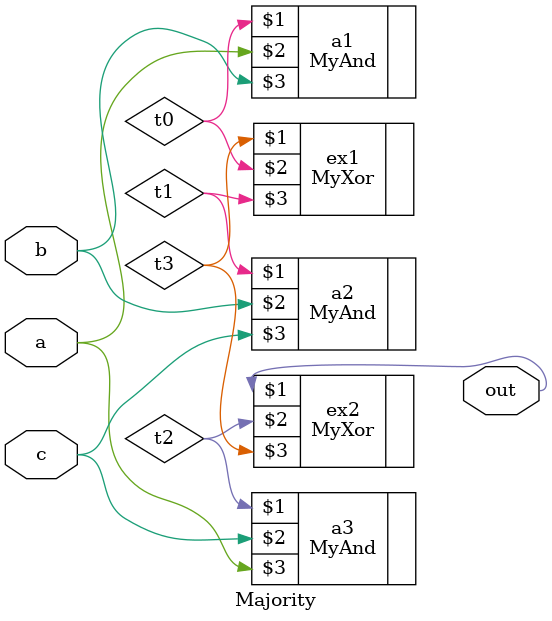
<source format=v>
`timescale 1ns/1ps

module Ripple_Carry_Adder(a, b, cin, cout, sum);
input [8-1:0] a, b;
input cin;
output cout;
output [8-1:0] sum;

wire [8-1:0] c;

Full_Adder fa0(a[0],b[0],cin,c[1],sum[0]);
Full_Adder fa1(a[1],b[1],cin,c[2],sum[1]);
Full_Adder fa2(a[2],b[2],cin,c[3],sum[2]);
Full_Adder fa3(a[3],b[3],cin,c[4],sum[3]);

Full_Adder fa4(a[4],b[4],cin,c[5],sum[4]);
Full_Adder fa5(a[5],b[5],cin,c[6],sum[5]);
Full_Adder fa6(a[6],b[6],cin,c[7],sum[6]);
Full_Adder fa7(a[7],b[7],cin,cout,sum[7]);


endmodule



//remember to define the NAND implementations in another file.

module Half_Adder(a, b, cout, sum);
input a, b;
output cout, sum;

MyAnd a1(cout,a,b);
MyXor ex(sum,a,b);
endmodule

module Full_Adder (a, b, cin, cout, sum);
input a, b, cin;
output cout, sum;

wire s0;

Majority maj(a,b,cin,cout);
Half_Adder ha1(.a(a), .b(b), .sum(s0));
Half_Adder ha2(.a(s0), .b(cin), .sum(sum));
endmodule

module Majority(a, b, c, out);
input a, b, c;
output out;
wire t0,t1,t2,t3;

MyAnd a1(t0,a,b);
MyAnd a2(t1,b,c);
MyAnd a3(t2,c,a);
MyXor ex1(t3,t0,t1);
MyXor ex2(out,t2,t3);
endmodule
</source>
